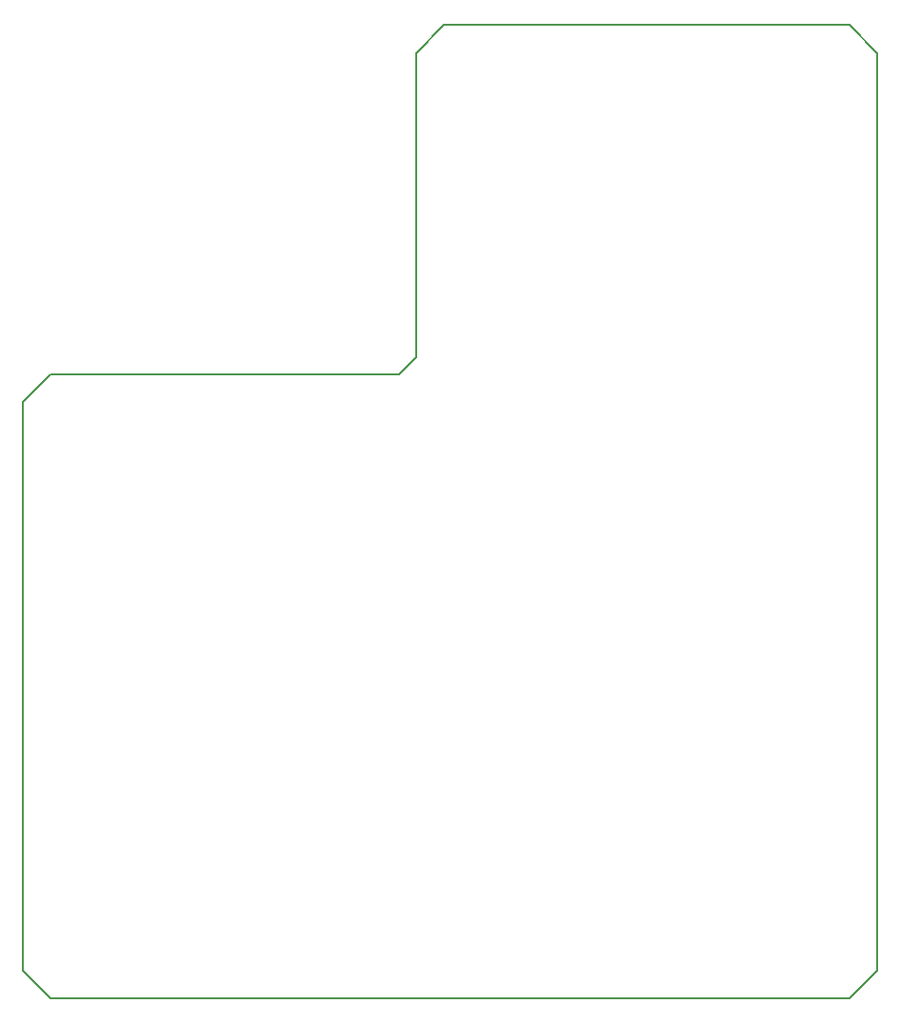
<source format=gko>
%FSTAX23Y23*%
%MOIN*%
%SFA1B1*%

%IPPOS*%
%ADD74C,0.007870*%
%LNunisolder52_back-1*%
%LPD*%
G54D74*
X03937Y02795D02*
X04035Y02696D01*
X03937Y04783D02*
X04035Y04881D01*
X03937Y02795D02*
Y04783D01*
X0683Y02696D02*
X06929Y02795D01*
X04035Y02696D02*
X0683D01*
X06929Y02795D02*
Y06003D01*
X0683Y06102D02*
X06929Y06003D01*
X05413Y06102D02*
X0683D01*
X05314Y06003D02*
X05413Y06102D01*
X05314Y0494D02*
Y06003D01*
X05255Y04881D02*
X05314Y0494D01*
X04035Y04881D02*
X05255D01*
M02*
</source>
